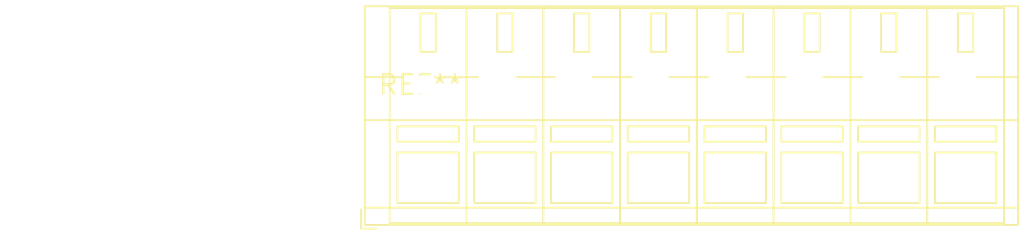
<source format=kicad_pcb>
(kicad_pcb (version 20240108) (generator pcbnew)
  (layers (0 "F.Cu" signal) (31 "B.Cu" signal) (34 "B.Paste" user) (35 "F.Paste" user) (36 "B.SilkS" user "B.Silkscreen") (37 "F.SilkS" user "F.Silkscreen") (38 "B.Mask" user) (39 "F.Mask" user) (44 "Edge.Cuts" user))
  (net 0 "")
  (footprint "TerminalBlock_WAGO_236-108_1x08_P5.00mm_45Degree" (layer "F.Cu") (at 0 0)
    (property "Reference" "REF**")
    (property "Value" "TerminalBlock_WAGO_236-108_1x08_P5.00mm_45Degree")
    (fp_line (start -3.86 8.12) (end -3.86 9.36) (layer "F.SilkS") (stroke (width 0.12)))
    (fp_line (start -3.86 9.36) (end -2.86 9.36) (layer "F.SilkS") (stroke (width 0.12)))
    (fp_line (start -3.62 -5.12) (end -3.62 9.12) (layer "F.SilkS") (stroke (width 0.12)))
    (fp_line (start -3.62 -5.12) (end 38.92 -5.12) (layer "F.SilkS") (stroke (width 0.12)))
    (fp_line (start -3.62 -0.5) (end -1.23 -0.5) (layer "F.SilkS") (stroke (width 0.12)))
    (fp_line (start -3.62 2.3) (end 38.92 2.3) (layer "F.SilkS") (stroke (width 0.12)))
    (fp_line (start -3.62 8) (end 38.92 8) (layer "F.SilkS") (stroke (width 0.12)))
    (fp_line (start -3.62 9.12) (end 38.92 9.12) (layer "F.SilkS") (stroke (width 0.12)))
    (fp_line (start -2 -5) (end -2 9) (layer "F.SilkS") (stroke (width 0.12)))
    (fp_line (start -2 -5) (end 3 -5) (layer "F.SilkS") (stroke (width 0.12)))
    (fp_line (start -2 9) (end 3 9) (layer "F.SilkS") (stroke (width 0.12)))
    (fp_line (start -1.5 2.7) (end -1.5 3.7) (layer "F.SilkS") (stroke (width 0.12)))
    (fp_line (start -1.5 2.7) (end 2.5 2.7) (layer "F.SilkS") (stroke (width 0.12)))
    (fp_line (start -1.5 3.7) (end 2.5 3.7) (layer "F.SilkS") (stroke (width 0.12)))
    (fp_line (start -1.5 4.4) (end -1.5 7.7) (layer "F.SilkS") (stroke (width 0.12)))
    (fp_line (start -1.5 4.4) (end 2.5 4.4) (layer "F.SilkS") (stroke (width 0.12)))
    (fp_line (start -1.5 7.7) (end 2.5 7.7) (layer "F.SilkS") (stroke (width 0.12)))
    (fp_line (start 0 -4.65) (end 0 -2.151) (layer "F.SilkS") (stroke (width 0.12)))
    (fp_line (start 0 -4.65) (end 1 -4.65) (layer "F.SilkS") (stroke (width 0.12)))
    (fp_line (start 0 -2.151) (end 1 -2.151) (layer "F.SilkS") (stroke (width 0.12)))
    (fp_line (start 1 -4.65) (end 1 -2.151) (layer "F.SilkS") (stroke (width 0.12)))
    (fp_line (start 1.23 -0.5) (end 3.77 -0.5) (layer "F.SilkS") (stroke (width 0.12)))
    (fp_line (start 2.5 2.7) (end 2.5 3.7) (layer "F.SilkS") (stroke (width 0.12)))
    (fp_line (start 2.5 4.4) (end 2.5 7.7) (layer "F.SilkS") (stroke (width 0.12)))
    (fp_line (start 3 -5) (end 3 9) (layer "F.SilkS") (stroke (width 0.12)))
    (fp_line (start 3 -5) (end 3 9) (layer "F.SilkS") (stroke (width 0.12)))
    (fp_line (start 3 -5) (end 8 -5) (layer "F.SilkS") (stroke (width 0.12)))
    (fp_line (start 3 9) (end 8 9) (layer "F.SilkS") (stroke (width 0.12)))
    (fp_line (start 3.5 2.7) (end 3.5 3.7) (layer "F.SilkS") (stroke (width 0.12)))
    (fp_line (start 3.5 2.7) (end 7.5 2.7) (layer "F.SilkS") (stroke (width 0.12)))
    (fp_line (start 3.5 3.7) (end 7.5 3.7) (layer "F.SilkS") (stroke (width 0.12)))
    (fp_line (start 3.5 4.4) (end 3.5 7.7) (layer "F.SilkS") (stroke (width 0.12)))
    (fp_line (start 3.5 4.4) (end 7.5 4.4) (layer "F.SilkS") (stroke (width 0.12)))
    (fp_line (start 3.5 7.7) (end 7.5 7.7) (layer "F.SilkS") (stroke (width 0.12)))
    (fp_line (start 5 -4.65) (end 5 -2.151) (layer "F.SilkS") (stroke (width 0.12)))
    (fp_line (start 5 -4.65) (end 6 -4.65) (layer "F.SilkS") (stroke (width 0.12)))
    (fp_line (start 5 -2.151) (end 6 -2.151) (layer "F.SilkS") (stroke (width 0.12)))
    (fp_line (start 6 -4.65) (end 6 -2.151) (layer "F.SilkS") (stroke (width 0.12)))
    (fp_line (start 6.23 -0.5) (end 8.77 -0.5) (layer "F.SilkS") (stroke (width 0.12)))
    (fp_line (start 7.5 2.7) (end 7.5 3.7) (layer "F.SilkS") (stroke (width 0.12)))
    (fp_line (start 7.5 4.4) (end 7.5 7.7) (layer "F.SilkS") (stroke (width 0.12)))
    (fp_line (start 8 -5) (end 8 9) (layer "F.SilkS") (stroke (width 0.12)))
    (fp_line (start 8 -5) (end 8 9) (layer "F.SilkS") (stroke (width 0.12)))
    (fp_line (start 8 -5) (end 13 -5) (layer "F.SilkS") (stroke (width 0.12)))
    (fp_line (start 8 9) (end 13 9) (layer "F.SilkS") (stroke (width 0.12)))
    (fp_line (start 8.5 2.7) (end 8.5 3.7) (layer "F.SilkS") (stroke (width 0.12)))
    (fp_line (start 8.5 2.7) (end 12.5 2.7) (layer "F.SilkS") (stroke (width 0.12)))
    (fp_line (start 8.5 3.7) (end 12.5 3.7) (layer "F.SilkS") (stroke (width 0.12)))
    (fp_line (start 8.5 4.4) (end 8.5 7.7) (layer "F.SilkS") (stroke (width 0.12)))
    (fp_line (start 8.5 4.4) (end 12.5 4.4) (layer "F.SilkS") (stroke (width 0.12)))
    (fp_line (start 8.5 7.7) (end 12.5 7.7) (layer "F.SilkS") (stroke (width 0.12)))
    (fp_line (start 10 -4.65) (end 10 -2.151) (layer "F.SilkS") (stroke (width 0.12)))
    (fp_line (start 10 -4.65) (end 11 -4.65) (layer "F.SilkS") (stroke (width 0.12)))
    (fp_line (start 10 -2.151) (end 11 -2.151) (layer "F.SilkS") (stroke (width 0.12)))
    (fp_line (start 11 -4.65) (end 11 -2.151) (layer "F.SilkS") (stroke (width 0.12)))
    (fp_line (start 11.23 -0.5) (end 13.77 -0.5) (layer "F.SilkS") (stroke (width 0.12)))
    (fp_line (start 12.5 2.7) (end 12.5 3.7) (layer "F.SilkS") (stroke (width 0.12)))
    (fp_line (start 12.5 4.4) (end 12.5 7.7) (layer "F.SilkS") (stroke (width 0.12)))
    (fp_line (start 13 -5) (end 13 9) (layer "F.SilkS") (stroke (width 0.12)))
    (fp_line (start 13 -5) (end 13 9) (layer "F.SilkS") (stroke (width 0.12)))
    (fp_line (start 13 -5) (end 18 -5) (layer "F.SilkS") (stroke (width 0.12)))
    (fp_line (start 13 9) (end 18 9) (layer "F.SilkS") (stroke (width 0.12)))
    (fp_line (start 13.5 2.7) (end 13.5 3.7) (layer "F.SilkS") (stroke (width 0.12)))
    (fp_line (start 13.5 2.7) (end 17.5 2.7) (layer "F.SilkS") (stroke (width 0.12)))
    (fp_line (start 13.5 3.7) (end 17.5 3.7) (layer "F.SilkS") (stroke (width 0.12)))
    (fp_line (start 13.5 4.4) (end 13.5 7.7) (layer "F.SilkS") (stroke (width 0.12)))
    (fp_line (start 13.5 4.4) (end 17.5 4.4) (layer "F.SilkS") (stroke (width 0.12)))
    (fp_line (start 13.5 7.7) (end 17.5 7.7) (layer "F.SilkS") (stroke (width 0.12)))
    (fp_line (start 15 -4.65) (end 15 -2.151) (layer "F.SilkS") (stroke (width 0.12)))
    (fp_line (start 15 -4.65) (end 16 -4.65) (layer "F.SilkS") (stroke (width 0.12)))
    (fp_line (start 15 -2.151) (end 16 -2.151) (layer "F.SilkS") (stroke (width 0.12)))
    (fp_line (start 16 -4.65) (end 16 -2.151) (layer "F.SilkS") (stroke (width 0.12)))
    (fp_line (start 16.23 -0.5) (end 18.77 -0.5) (layer "F.SilkS") (stroke (width 0.12)))
    (fp_line (start 17.5 2.7) (end 17.5 3.7) (layer "F.SilkS") (stroke (width 0.12)))
    (fp_line (start 17.5 4.4) (end 17.5 7.7) (layer "F.SilkS") (stroke (width 0.12)))
    (fp_line (start 18 -5) (end 18 9) (layer "F.SilkS") (stroke (width 0.12)))
    (fp_line (start 18 -5) (end 18 9) (layer "F.SilkS") (stroke (width 0.12)))
    (fp_line (start 18 -5) (end 23 -5) (layer "F.SilkS") (stroke (width 0.12)))
    (fp_line (start 18 9) (end 23 9) (layer "F.SilkS") (stroke (width 0.12)))
    (fp_line (start 18.5 2.7) (end 18.5 3.7) (layer "F.SilkS") (stroke (width 0.12)))
    (fp_line (start 18.5 2.7) (end 22.5 2.7) (layer "F.SilkS") (stroke (width 0.12)))
    (fp_line (start 18.5 3.7) (end 22.5 3.7) (layer "F.SilkS") (stroke (width 0.12)))
    (fp_line (start 18.5 4.4) (end 18.5 7.7) (layer "F.SilkS") (stroke (width 0.12)))
    (fp_line (start 18.5 4.4) (end 22.5 4.4) (layer "F.SilkS") (stroke (width 0.12)))
    (fp_line (start 18.5 7.7) (end 22.5 7.7) (layer "F.SilkS") (stroke (width 0.12)))
    (fp_line (start 20 -4.65) (end 20 -2.151) (layer "F.SilkS") (stroke (width 0.12)))
    (fp_line (start 20 -4.65) (end 21 -4.65) (layer "F.SilkS") (stroke (width 0.12)))
    (fp_line (start 20 -2.151) (end 21 -2.151) (layer "F.SilkS") (stroke (width 0.12)))
    (fp_line (start 21 -4.65) (end 21 -2.151) (layer "F.SilkS") (stroke (width 0.12)))
    (fp_line (start 21.23 -0.5) (end 23.77 -0.5) (layer "F.SilkS") (stroke (width 0.12)))
    (fp_line (start 22.5 2.7) (end 22.5 3.7) (layer "F.SilkS") (stroke (width 0.12)))
    (fp_line (start 22.5 4.4) (end 22.5 7.7) (layer "F.SilkS") (stroke (width 0.12)))
    (fp_line (start 23 -5) (end 23 9) (layer "F.SilkS") (stroke (width 0.12)))
    (fp_line (start 23 -5) (end 23 9) (layer "F.SilkS") (stroke (width 0.12)))
    (fp_line (start 23 -5) (end 28 -5) (layer "F.SilkS") (stroke (width 0.12)))
    (fp_line (start 23 9) (end 28 9) (layer "F.SilkS") (stroke (width 0.12)))
    (fp_line (start 23.5 2.7) (end 23.5 3.7) (layer "F.SilkS") (stroke (width 0.12)))
    (fp_line (start 23.5 2.7) (end 27.5 2.7) (layer "F.SilkS") (stroke (width 0.12)))
    (fp_line (start 23.5 3.7) (end 27.5 3.7) (layer "F.SilkS") (stroke (width 0.12)))
    (fp_line (start 23.5 4.4) (end 23.5 7.7) (layer "F.SilkS") (stroke (width 0.12)))
    (fp_line (start 23.5 4.4) (end 27.5 4.4) (layer "F.SilkS") (stroke (width 0.12)))
    (fp_line (start 23.5 7.7) (end 27.5 7.7) (layer "F.SilkS") (stroke (width 0.12)))
    (fp_line (start 25 -4.65) (end 25 -2.151) (layer "F.SilkS") (stroke (width 0.12)))
    (fp_line (start 25 -4.65) (end 26 -4.65) (layer "F.SilkS") (stroke (width 0.12)))
    (fp_line (start 25 -2.151) (end 26 -2.151) (layer "F.SilkS") (stroke (width 0.12)))
    (fp_line (start 26 -4.65) (end 26 -2.151) (layer "F.SilkS") (stroke (width 0.12)))
    (fp_line (start 26.23 -0.5) (end 28.77 -0.5) (layer "F.SilkS") (stroke (width 0.12)))
    (fp_line (start 27.5 2.7) (end 27.5 3.7) (layer "F.SilkS") (stroke (width 0.12)))
    (fp_line (start 27.5 4.4) (end 27.5 7.7) (layer "F.SilkS") (stroke (width 0.12)))
    (fp_line (start 28 -5) (end 28 9) (layer "F.SilkS") (stroke (width 0.12)))
    (fp_line (start 28 -5) (end 28 9) (layer "F.SilkS") (stroke (width 0.12)))
    (fp_line (start 28 -5) (end 33 -5) (layer "F.SilkS") (stroke (width 0.12)))
    (fp_line (start 28 9) (end 33 9) (layer "F.SilkS") (stroke (width 0.12)))
    (fp_line (start 28.5 2.7) (end 28.5 3.7) (layer "F.SilkS") (stroke (width 0.12)))
    (fp_line (start 28.5 2.7) (end 32.5 2.7) (layer "F.SilkS") (stroke (width 0.12)))
    (fp_line (start 28.5 3.7) (end 32.5 3.7) (layer "F.SilkS") (stroke (width 0.12)))
    (fp_line (start 28.5 4.4) (end 28.5 7.7) (layer "F.SilkS") (stroke (width 0.12)))
    (fp_line (start 28.5 4.4) (end 32.5 4.4) (layer "F.SilkS") (stroke (width 0.12)))
    (fp_line (start 28.5 7.7) (end 32.5 7.7) (layer "F.SilkS") (stroke (width 0.12)))
    (fp_line (start 30 -4.65) (end 30 -2.151) (layer "F.SilkS") (stroke (width 0.12)))
    (fp_line (start 30 -4.65) (end 31 -4.65) (layer "F.SilkS") (stroke (width 0.12)))
    (fp_line (start 30 -2.151) (end 31 -2.151) (layer "F.SilkS") (stroke (width 0.12)))
    (fp_line (start 31 -4.65) (end 31 -2.151) (layer "F.SilkS") (stroke (width 0.12)))
    (fp_line (start 31.23 -0.5) (end 33.77 -0.5) (layer "F.SilkS") (stroke (width 0.12)))
    (fp_line (start 32.5 2.7) (end 32.5 3.7) (layer "F.SilkS") (stroke (width 0.12)))
    (fp_line (start 32.5 4.4) (end 32.5 7.7) (layer "F.SilkS") (stroke (width 0.12)))
    (fp_line (start 33 -5) (end 33 9) (layer "F.SilkS") (stroke (width 0.12)))
    (fp_line (start 33 -5) (end 33 9) (layer "F.SilkS") (stroke (width 0.12)))
    (fp_line (start 33 -5) (end 38 -5) (layer "F.SilkS") (stroke (width 0.12)))
    (fp_line (start 33 9) (end 38 9) (layer "F.SilkS") (stroke (width 0.12)))
    (fp_line (start 33.5 2.7) (end 33.5 3.7) (layer "F.SilkS") (stroke (width 0.12)))
    (fp_line (start 33.5 2.7) (end 37.5 2.7) (layer "F.SilkS") (stroke (width 0.12)))
    (fp_line (start 33.5 3.7) (end 37.5 3.7) (layer "F.SilkS") (stroke (width 0.12)))
    (fp_line (start 33.5 4.4) (end 33.5 7.7) (layer "F.SilkS") (stroke (width 0.12)))
    (fp_line (start 33.5 4.4) (end 37.5 4.4) (layer "F.SilkS") (stroke (width 0.12)))
    (fp_line (start 33.5 7.7) (end 37.5 7.7) (layer "F.SilkS") (stroke (width 0.12)))
    (fp_line (start 35 -4.65) (end 35 -2.151) (layer "F.SilkS") (stroke (width 0.12)))
    (fp_line (start 35 -4.65) (end 36 -4.65) (layer "F.SilkS") (stroke (width 0.12)))
    (fp_line (start 35 -2.151) (end 36 -2.151) (layer "F.SilkS") (stroke (width 0.12)))
    (fp_line (start 36 -4.65) (end 36 -2.151) (layer "F.SilkS") (stroke (width 0.12)))
    (fp_line (start 36.23 -0.5) (end 38.92 -0.5) (layer "F.SilkS") (stroke (width 0.12)))
    (fp_line (start 37.5 2.7) (end 37.5 3.7) (layer "F.SilkS") (stroke (width 0.12)))
    (fp_line (start 37.5 4.4) (end 37.5 7.7) (layer "F.SilkS") (stroke (width 0.12)))
    (fp_line (start 38 -5) (end 38 9) (layer "F.SilkS") (stroke (width 0.12)))
    (fp_line (start 38.92 -5.12) (end 38.92 9.12) (layer "F.SilkS") (stroke (width 0.12)))
    (pad "1" thru_hole rect (at 0 0) (size 1.5 3) (drill 1.15) (layers *.Cu *.Mask) (remove_unused_layers))
    (pad "2" thru_hole oval (at 5 0) (size 1.5 3) (drill 1.15) (layers *.Cu *.Mask) (remove_unused_layers))
    (pad "3" thru_hole oval (at 10 0) (size 1.5 3) (drill 1.15) (layers *.Cu *.Mask) (remove_unused_layers))
    (pad "4" thru_hole oval (at 15 0) (size 1.5 3) (drill 1.15) (layers *.Cu *.Mask) (remove_unused_layers))
    (pad "5" thru_hole oval (at 20 0) (size 1.5 3) (drill 1.15) (layers *.Cu *.Mask) (remove_unused_layers))
    (pad "6" thru_hole oval (at 25 0) (size 1.5 3) (drill 1.15) (layers *.Cu *.Mask) (remove_unused_layers))
    (pad "7" thru_hole oval (at 30 0) (size 1.5 3) (drill 1.15) (layers *.Cu *.Mask) (remove_unused_layers))
    (pad "8" thru_hole oval (at 35 0) (size 1.5 3) (drill 1.15) (layers *.Cu *.Mask) (remove_unused_layers))
  )
)
</source>
